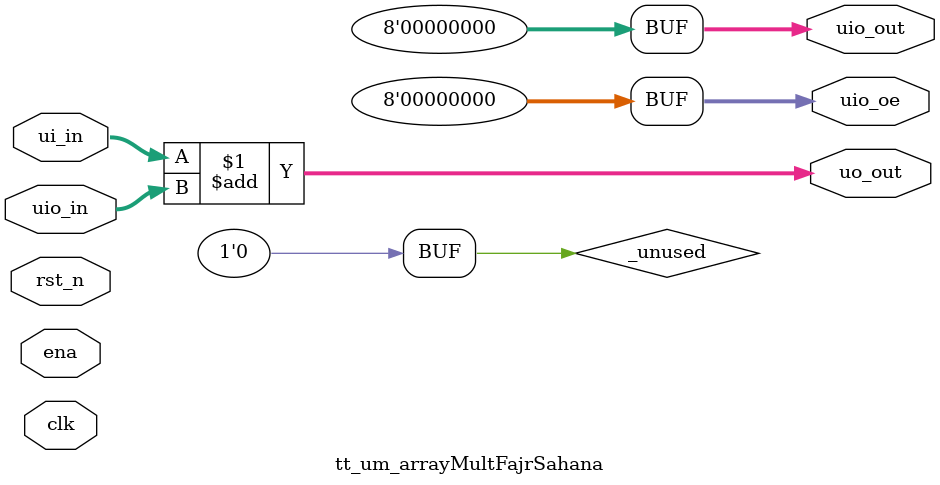
<source format=v>
/*
 * Copyright (c) 2024 Your Name
 * SPDX-License-Identifier: Apache-2.0
 */

`default_nettype none

module tt_um_arrayMultFajrSahana (
    input  wire [7:0] ui_in,    // Dedicated inputs
    output wire [7:0] uo_out,   // Dedicated outputs
    input  wire [7:0] uio_in,   // IOs: Input path
    output wire [7:0] uio_out,  // IOs: Output path
    output wire [7:0] uio_oe,   // IOs: Enable path (active high: 0=input, 1=output)
    input  wire       ena,      // always 1 when the design is powered, so you can ignore it
    input  wire       clk,      // clock
    input  wire       rst_n     // reset_n - low to reset
);

  // All output pins must be assigned. If not used, assign to 0.
  assign uo_out  = ui_in + uio_in;  // Example: ou_out is the sum of ui_in and uio_in
  assign uio_out = 0;
  assign uio_oe  = 0;

  // List all unused inputs to prevent warnings
  wire _unused = &{ena, clk, rst_n, 1'b0};

endmodule

</source>
